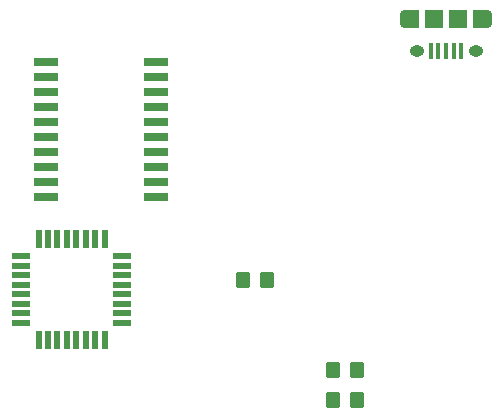
<source format=gbr>
%TF.GenerationSoftware,KiCad,Pcbnew,7.0.9*%
%TF.CreationDate,2024-03-13T01:01:39-05:00*%
%TF.ProjectId,BOARD,424f4152-442e-46b6-9963-61645f706362,rev?*%
%TF.SameCoordinates,Original*%
%TF.FileFunction,Paste,Bot*%
%TF.FilePolarity,Positive*%
%FSLAX46Y46*%
G04 Gerber Fmt 4.6, Leading zero omitted, Abs format (unit mm)*
G04 Created by KiCad (PCBNEW 7.0.9) date 2024-03-13 01:01:39*
%MOMM*%
%LPD*%
G01*
G04 APERTURE LIST*
G04 Aperture macros list*
%AMRoundRect*
0 Rectangle with rounded corners*
0 $1 Rounding radius*
0 $2 $3 $4 $5 $6 $7 $8 $9 X,Y pos of 4 corners*
0 Add a 4 corners polygon primitive as box body*
4,1,4,$2,$3,$4,$5,$6,$7,$8,$9,$2,$3,0*
0 Add four circle primitives for the rounded corners*
1,1,$1+$1,$2,$3*
1,1,$1+$1,$4,$5*
1,1,$1+$1,$6,$7*
1,1,$1+$1,$8,$9*
0 Add four rect primitives between the rounded corners*
20,1,$1+$1,$2,$3,$4,$5,0*
20,1,$1+$1,$4,$5,$6,$7,0*
20,1,$1+$1,$6,$7,$8,$9,0*
20,1,$1+$1,$8,$9,$2,$3,0*%
G04 Aperture macros list end*
%ADD10RoundRect,0.250000X-0.350000X-0.450000X0.350000X-0.450000X0.350000X0.450000X-0.350000X0.450000X0*%
%ADD11O,0.890000X1.550000*%
%ADD12O,1.250000X0.950000*%
%ADD13R,0.400000X1.350000*%
%ADD14R,1.200000X1.550000*%
%ADD15R,1.500000X1.550000*%
%ADD16R,1.600000X0.550000*%
%ADD17R,0.550000X1.600000*%
%ADD18RoundRect,0.042000X0.988000X0.258000X-0.988000X0.258000X-0.988000X-0.258000X0.988000X-0.258000X0*%
%ADD19RoundRect,0.250000X0.350000X0.450000X-0.350000X0.450000X-0.350000X-0.450000X0.350000X-0.450000X0*%
G04 APERTURE END LIST*
D10*
%TO.C,R2*%
X133620000Y-71120000D03*
X135620000Y-71120000D03*
%TD*%
D11*
%TO.C,J38*%
X139700000Y-41400000D03*
D12*
X140700000Y-44100000D03*
X145700000Y-44100000D03*
D11*
X146700000Y-41400000D03*
D13*
X141900000Y-44100000D03*
X142550000Y-44100000D03*
X143200000Y-44100000D03*
X143850000Y-44100000D03*
X144500000Y-44100000D03*
D14*
X140300000Y-41400000D03*
D15*
X142200000Y-41400000D03*
X144200000Y-41400000D03*
D14*
X146100000Y-41400000D03*
%TD*%
D16*
%TO.C,U1*%
X107250000Y-67130000D03*
X107250000Y-66330000D03*
X107250000Y-65530000D03*
X107250000Y-64730000D03*
X107250000Y-63930000D03*
X107250000Y-63130000D03*
X107250000Y-62330000D03*
X107250000Y-61530000D03*
D17*
X108700000Y-60080000D03*
X109500000Y-60080000D03*
X110300000Y-60080000D03*
X111100000Y-60080000D03*
X111900000Y-60080000D03*
X112700000Y-60080000D03*
X113500000Y-60080000D03*
X114300000Y-60080000D03*
D16*
X115750000Y-61530000D03*
X115750000Y-62330000D03*
X115750000Y-63130000D03*
X115750000Y-63930000D03*
X115750000Y-64730000D03*
X115750000Y-65530000D03*
X115750000Y-66330000D03*
X115750000Y-67130000D03*
D17*
X114300000Y-68580000D03*
X113500000Y-68580000D03*
X112700000Y-68580000D03*
X111900000Y-68580000D03*
X111100000Y-68580000D03*
X110300000Y-68580000D03*
X109500000Y-68580000D03*
X108700000Y-68580000D03*
%TD*%
D18*
%TO.C,U2*%
X118640000Y-45085000D03*
X118640000Y-46355000D03*
X118640000Y-47625000D03*
X118640000Y-48895000D03*
X118640000Y-50165000D03*
X118640000Y-51435000D03*
X118640000Y-52705000D03*
X118640000Y-53975000D03*
X118640000Y-55245000D03*
X118640000Y-56515000D03*
X109360000Y-56515000D03*
X109360000Y-55245000D03*
X109360000Y-53975000D03*
X109360000Y-52705000D03*
X109360000Y-51435000D03*
X109360000Y-50165000D03*
X109360000Y-48895000D03*
X109360000Y-47625000D03*
X109360000Y-46355000D03*
X109360000Y-45085000D03*
%TD*%
D19*
%TO.C,R1*%
X128000000Y-63500000D03*
X126000000Y-63500000D03*
%TD*%
%TO.C,R3*%
X135620000Y-73660000D03*
X133620000Y-73660000D03*
%TD*%
M02*

</source>
